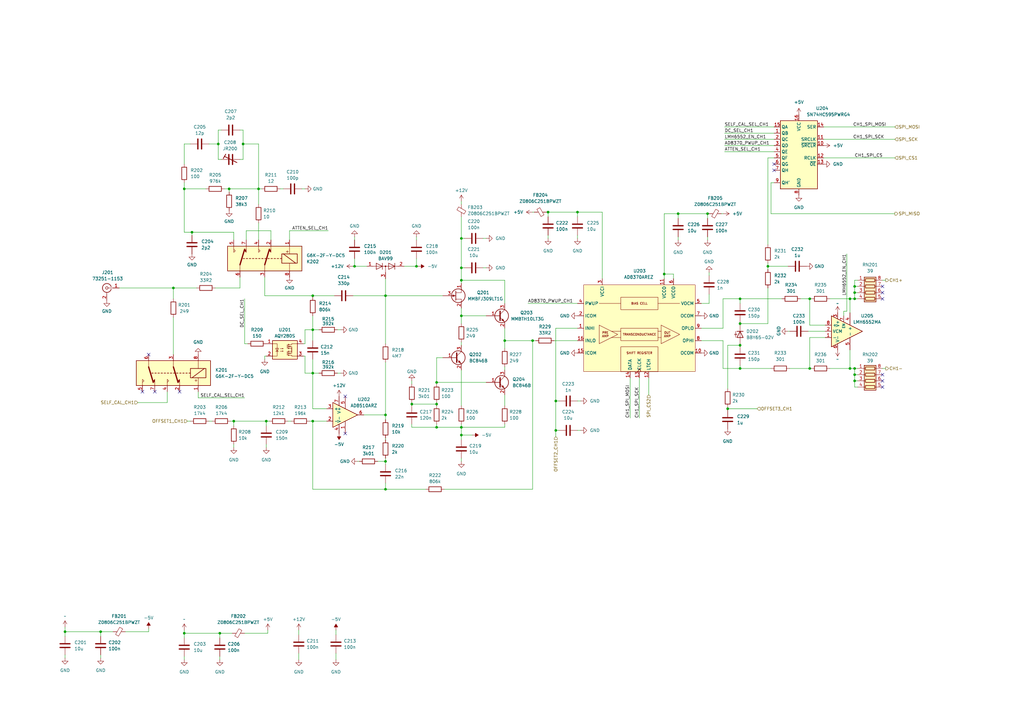
<source format=kicad_sch>
(kicad_sch (version 20230121) (generator eeschema)
  (paper "A3")
  (junction (at 90.17 259.715))
  (junction (at 179.07 156.845))
  (junction (at 227.965 164.465))
  (junction (at 189.23 178.435))
  (junction (at 224.79 86.995))
  (junction (at 189.23 175.26))
  (junction (at 303.53 122.555))
  (junction (at 207.01 139.7))
  (junction (at 189.23 97.79))
  (junction (at 227.965 176.53))
  (junction (at 145.415 109.22))
  (junction (at 350.52 153.67))
  (junction (at 71.12 118.11))
  (junction (at 348.615 151.13))
  (junction (at 189.23 109.855))
  (junction (at 95.885 172.72))
  (junction (at 350.52 156.21))
  (junction (at 78.74 95.25))
  (junction (at 179.07 175.26))
  (junction (at 303.53 141.605))
  (junction (at 26.67 259.08))
  (junction (at 75.565 77.47))
  (junction (at 179.07 165.735))
  (junction (at 350.52 151.13))
  (junction (at 278.13 87.63))
  (junction (at 303.53 132.715))
  (junction (at 236.855 86.995))
  (junction (at 128.27 135.255))
  (junction (at 348.615 122.555))
  (junction (at 128.27 121.285))
  (junction (at 350.52 117.475))
  (junction (at 93.98 77.47))
  (junction (at 109.22 172.72))
  (junction (at 158.115 200.66))
  (junction (at 158.115 189.23))
  (junction (at 41.275 259.08))
  (junction (at 332.105 151.13))
  (junction (at 158.115 121.285))
  (junction (at 170.815 109.22))
  (junction (at 218.44 139.7))
  (junction (at 350.52 122.555))
  (junction (at 75.565 259.715))
  (junction (at 106.045 77.47))
  (junction (at 128.27 153.035))
  (junction (at 272.415 112.395))
  (junction (at 168.91 165.735))
  (junction (at 332.105 122.555))
  (junction (at 290.195 87.63))
  (junction (at 89.535 59.055))
  (junction (at 99.695 59.055))
  (junction (at 189.23 114.935))
  (junction (at 189.23 129.54))
  (junction (at 298.45 167.64))
  (junction (at 314.96 109.22))
  (junction (at 128.27 172.72))
  (junction (at 350.52 120.015))
  (junction (at 158.115 170.18))
  (junction (at 303.53 151.13))
  (no_connect (at 58.42 160.655))
  (no_connect (at 361.95 120.015))
  (no_connect (at 60.96 145.415))
  (no_connect (at 361.95 156.21))
  (no_connect (at 361.95 117.475))
  (no_connect (at 361.95 122.555))
  (no_connect (at 141.605 162.56))
  (no_connect (at 361.95 153.67))
  (no_connect (at 141.605 177.8))
  (no_connect (at 361.95 158.75))
  (no_connect (at 317.5 69.85))
  (no_connect (at 73.66 160.655))
  (no_connect (at 63.5 160.655))
  (no_connect (at 317.5 67.31))
  (wire (pts (xy 127 172.72) (xy 128.27 172.72)))
  (wire (pts (xy 128.27 172.72) (xy 128.27 200.66)))
  (wire (pts (xy 189.23 114.935) (xy 189.23 109.855)))
  (wire (pts (xy 207.01 175.26) (xy 207.01 173.99)))
  (wire (pts (xy 296.545 122.555) (xy 303.53 122.555)))
  (wire (pts (xy 189.23 178.435) (xy 193.675 178.435)))
  (wire (pts (xy 314.96 64.77) (xy 317.5 64.77)))
  (wire (pts (xy 168.91 165.1) (xy 168.91 165.735)))
  (wire (pts (xy 314.96 107.95) (xy 314.96 109.22)))
  (wire (pts (xy 168.91 156.21) (xy 168.91 157.48)))
  (wire (pts (xy 332.105 138.43) (xy 332.105 151.13)))
  (wire (pts (xy 123.825 77.47) (xy 125.095 77.47)))
  (wire (pts (xy 189.23 175.26) (xy 207.01 175.26)))
  (wire (pts (xy 118.745 94.615) (xy 134.62 94.615)))
  (wire (pts (xy 90.17 259.715) (xy 90.17 261.62)))
  (wire (pts (xy 109.22 182.245) (xy 109.22 183.515)))
  (wire (pts (xy 218.44 139.7) (xy 219.71 139.7)))
  (wire (pts (xy 350.52 120.015) (xy 351.79 120.015)))
  (wire (pts (xy 95.885 172.72) (xy 109.22 172.72)))
  (wire (pts (xy 350.52 158.75) (xy 350.52 156.21)))
  (wire (pts (xy 189.23 173.99) (xy 189.23 175.26)))
  (wire (pts (xy 56.515 165.1) (xy 68.58 165.1)))
  (wire (pts (xy 114.935 77.47) (xy 116.205 77.47)))
  (wire (pts (xy 118.745 98.425) (xy 118.745 94.615)))
  (wire (pts (xy 276.225 114.3) (xy 276.225 112.395)))
  (wire (pts (xy 350.52 156.21) (xy 350.52 153.67)))
  (wire (pts (xy 138.43 135.255) (xy 139.7 135.255)))
  (wire (pts (xy 168.91 175.26) (xy 179.07 175.26)))
  (wire (pts (xy 207.01 161.925) (xy 207.01 166.37)))
  (wire (pts (xy 179.07 156.845) (xy 179.07 157.48)))
  (wire (pts (xy 92.075 77.47) (xy 93.98 77.47)))
  (wire (pts (xy 218.44 86.995) (xy 219.075 86.995)))
  (wire (pts (xy 75.565 77.47) (xy 75.565 74.93)))
  (wire (pts (xy 216.535 124.46) (xy 236.855 124.46)))
  (wire (pts (xy 350.52 156.21) (xy 351.79 156.21)))
  (wire (pts (xy 297.18 52.07) (xy 317.5 52.07)))
  (wire (pts (xy 85.725 172.72) (xy 86.995 172.72)))
  (wire (pts (xy 48.895 118.11) (xy 71.12 118.11)))
  (wire (pts (xy 350.52 117.475) (xy 350.52 120.015)))
  (wire (pts (xy 109.22 174.625) (xy 109.22 172.72)))
  (wire (pts (xy 189.23 88.9) (xy 189.23 97.79)))
  (wire (pts (xy 89.535 59.055) (xy 89.535 53.34)))
  (wire (pts (xy 137.795 258.445) (xy 137.795 260.35)))
  (wire (pts (xy 361.95 114.935) (xy 363.22 114.935)))
  (wire (pts (xy 347.345 104.14) (xy 347.345 127.635)))
  (wire (pts (xy 158.115 189.23) (xy 158.115 190.5)))
  (wire (pts (xy 350.52 151.13) (xy 351.79 151.13)))
  (wire (pts (xy 46.355 259.08) (xy 41.275 259.08)))
  (wire (pts (xy 128.27 172.72) (xy 133.985 172.72)))
  (wire (pts (xy 124.46 146.05) (xy 125.095 146.05)))
  (wire (pts (xy 179.07 146.685) (xy 181.61 146.685)))
  (wire (pts (xy 189.23 82.55) (xy 189.23 83.82)))
  (wire (pts (xy 224.79 86.995) (xy 236.855 86.995)))
  (wire (pts (xy 144.78 109.22) (xy 145.415 109.22)))
  (wire (pts (xy 303.53 122.555) (xy 320.675 122.555)))
  (wire (pts (xy 109.855 258.445) (xy 109.855 259.715)))
  (wire (pts (xy 118.11 172.72) (xy 119.38 172.72)))
  (wire (pts (xy 168.91 173.99) (xy 168.91 175.26)))
  (wire (pts (xy 95.25 259.715) (xy 90.17 259.715)))
  (wire (pts (xy 236.855 96.52) (xy 236.855 97.79)))
  (wire (pts (xy 100.33 122.555) (xy 100.33 140.97)))
  (wire (pts (xy 189.23 109.855) (xy 189.23 97.79)))
  (wire (pts (xy 81.28 163.195) (xy 81.28 160.655)))
  (wire (pts (xy 95.885 183.515) (xy 95.885 182.245)))
  (wire (pts (xy 158.115 114.3) (xy 158.115 121.285)))
  (wire (pts (xy 199.39 129.54) (xy 189.23 129.54)))
  (wire (pts (xy 26.67 268.605) (xy 26.67 269.875)))
  (wire (pts (xy 93.98 77.47) (xy 106.045 77.47)))
  (wire (pts (xy 303.53 140.97) (xy 303.53 141.605)))
  (wire (pts (xy 100.33 140.97) (xy 101.6 140.97)))
  (wire (pts (xy 71.12 118.11) (xy 80.645 118.11)))
  (wire (pts (xy 85.725 59.055) (xy 89.535 59.055)))
  (wire (pts (xy 158.115 170.18) (xy 158.115 148.59)))
  (wire (pts (xy 296.545 134.62) (xy 296.545 122.555)))
  (wire (pts (xy 287.655 124.46) (xy 290.83 124.46)))
  (wire (pts (xy 137.795 267.97) (xy 137.795 270.51)))
  (wire (pts (xy 41.275 268.605) (xy 41.275 269.875)))
  (wire (pts (xy 338.455 138.43) (xy 332.105 138.43)))
  (wire (pts (xy 60.96 259.08) (xy 51.435 259.08)))
  (wire (pts (xy 99.695 65.405) (xy 98.425 65.405)))
  (wire (pts (xy 108.585 146.05) (xy 108.585 147.32)))
  (wire (pts (xy 332.105 133.35) (xy 332.105 122.555)))
  (wire (pts (xy 303.53 132.08) (xy 303.53 132.715)))
  (wire (pts (xy 290.195 97.155) (xy 290.195 98.425)))
  (wire (pts (xy 317.5 74.93) (xy 316.23 74.93)))
  (wire (pts (xy 99.695 53.34) (xy 99.695 59.055)))
  (wire (pts (xy 340.36 122.555) (xy 348.615 122.555)))
  (wire (pts (xy 89.535 53.34) (xy 90.805 53.34)))
  (wire (pts (xy 154.94 189.23) (xy 158.115 189.23)))
  (wire (pts (xy 314.96 132.715) (xy 314.96 118.11)))
  (wire (pts (xy 90.805 65.405) (xy 89.535 65.405)))
  (wire (pts (xy 122.555 258.445) (xy 122.555 260.35)))
  (wire (pts (xy 262.255 154.94) (xy 262.255 171.45)))
  (wire (pts (xy 106.045 77.47) (xy 106.045 83.82)))
  (wire (pts (xy 41.275 259.08) (xy 26.67 259.08)))
  (wire (pts (xy 207.01 134.62) (xy 207.01 139.7)))
  (wire (pts (xy 89.535 59.055) (xy 89.535 65.405)))
  (wire (pts (xy 207.01 114.935) (xy 207.01 124.46)))
  (wire (pts (xy 272.415 87.63) (xy 278.13 87.63)))
  (wire (pts (xy 179.07 173.99) (xy 179.07 175.26)))
  (wire (pts (xy 146.685 189.23) (xy 147.32 189.23)))
  (wire (pts (xy 75.565 77.47) (xy 84.455 77.47)))
  (wire (pts (xy 227.965 176.53) (xy 229.235 176.53)))
  (wire (pts (xy 78.105 59.055) (xy 75.565 59.055)))
  (wire (pts (xy 328.295 122.555) (xy 332.105 122.555)))
  (wire (pts (xy 297.18 62.23) (xy 317.5 62.23)))
  (wire (pts (xy 81.28 163.195) (xy 100.33 163.195)))
  (wire (pts (xy 189.23 187.96) (xy 189.23 189.23)))
  (wire (pts (xy 350.52 120.015) (xy 350.52 122.555)))
  (wire (pts (xy 348.615 151.13) (xy 350.52 151.13)))
  (wire (pts (xy 189.23 114.935) (xy 207.01 114.935)))
  (wire (pts (xy 75.565 269.24) (xy 75.565 270.51)))
  (wire (pts (xy 68.58 160.655) (xy 68.58 165.1)))
  (wire (pts (xy 348.615 122.555) (xy 350.52 122.555)))
  (wire (pts (xy 60.96 257.81) (xy 60.96 259.08)))
  (wire (pts (xy 298.45 141.605) (xy 303.53 141.605)))
  (wire (pts (xy 138.43 153.035) (xy 139.7 153.035)))
  (wire (pts (xy 182.245 200.66) (xy 218.44 200.66)))
  (wire (pts (xy 106.045 91.44) (xy 106.045 98.425)))
  (wire (pts (xy 128.27 121.285) (xy 137.16 121.285)))
  (wire (pts (xy 88.265 118.11) (xy 98.425 118.11)))
  (wire (pts (xy 298.45 167.005) (xy 298.45 167.64)))
  (wire (pts (xy 298.45 167.64) (xy 298.45 168.275)))
  (wire (pts (xy 207.01 139.7) (xy 207.01 142.875)))
  (wire (pts (xy 93.98 78.74) (xy 93.98 77.47)))
  (wire (pts (xy 128.27 147.32) (xy 128.27 153.035)))
  (wire (pts (xy 130.81 153.035) (xy 128.27 153.035)))
  (wire (pts (xy 296.545 87.63) (xy 295.91 87.63)))
  (wire (pts (xy 94.615 172.72) (xy 95.885 172.72)))
  (wire (pts (xy 224.155 86.995) (xy 224.79 86.995)))
  (wire (pts (xy 224.79 86.995) (xy 224.79 88.9)))
  (wire (pts (xy 189.23 175.26) (xy 189.23 178.435)))
  (wire (pts (xy 296.545 151.13) (xy 296.545 139.7)))
  (wire (pts (xy 266.065 154.94) (xy 266.065 161.925)))
  (wire (pts (xy 290.83 111.76) (xy 290.83 113.03)))
  (wire (pts (xy 122.555 267.97) (xy 122.555 270.51)))
  (wire (pts (xy 145.415 109.22) (xy 145.415 106.045)))
  (wire (pts (xy 337.82 52.07) (xy 367.03 52.07)))
  (wire (pts (xy 125.095 140.97) (xy 125.095 135.255)))
  (wire (pts (xy 158.115 121.285) (xy 181.61 121.285)))
  (wire (pts (xy 323.215 135.89) (xy 323.85 135.89)))
  (wire (pts (xy 150.495 109.22) (xy 145.415 109.22)))
  (wire (pts (xy 314.96 109.22) (xy 314.96 110.49)))
  (wire (pts (xy 348.615 151.13) (xy 348.615 143.51)))
  (wire (pts (xy 297.18 57.15) (xy 317.5 57.15)))
  (wire (pts (xy 346.075 127.635) (xy 347.345 127.635)))
  (wire (pts (xy 145.415 97.155) (xy 145.415 98.425)))
  (wire (pts (xy 133.985 167.64) (xy 128.27 167.64)))
  (wire (pts (xy 303.53 149.86) (xy 303.53 151.13)))
  (wire (pts (xy 337.82 57.15) (xy 367.03 57.15)))
  (wire (pts (xy 90.17 269.24) (xy 90.17 270.51)))
  (wire (pts (xy 124.46 140.97) (xy 125.095 140.97)))
  (wire (pts (xy 350.52 117.475) (xy 351.79 117.475)))
  (wire (pts (xy 303.53 122.555) (xy 303.53 124.46)))
  (wire (pts (xy 95.885 95.25) (xy 78.74 95.25)))
  (wire (pts (xy 227.965 164.465) (xy 229.235 164.465)))
  (wire (pts (xy 106.045 59.055) (xy 99.695 59.055)))
  (wire (pts (xy 332.105 122.555) (xy 332.74 122.555)))
  (wire (pts (xy 198.12 97.79) (xy 199.39 97.79)))
  (wire (pts (xy 108.585 146.05) (xy 109.22 146.05)))
  (wire (pts (xy 125.095 146.05) (xy 125.095 153.035)))
  (wire (pts (xy 26.67 259.08) (xy 26.67 260.985)))
  (wire (pts (xy 236.855 86.995) (xy 236.855 88.9)))
  (wire (pts (xy 189.23 129.54) (xy 189.23 132.715)))
  (wire (pts (xy 303.53 151.13) (xy 296.545 151.13)))
  (wire (pts (xy 361.95 151.13) (xy 363.22 151.13)))
  (wire (pts (xy 227.965 134.62) (xy 227.965 164.465)))
  (wire (pts (xy 95.885 174.625) (xy 95.885 172.72)))
  (wire (pts (xy 287.655 134.62) (xy 296.545 134.62)))
  (wire (pts (xy 100.965 98.425) (xy 100.965 94.615)))
  (wire (pts (xy 350.52 122.555) (xy 351.79 122.555)))
  (wire (pts (xy 75.565 95.25) (xy 75.565 77.47)))
  (wire (pts (xy 78.74 95.25) (xy 78.74 96.52)))
  (wire (pts (xy 189.23 109.855) (xy 190.5 109.855)))
  (wire (pts (xy 236.855 176.53) (xy 238.125 176.53)))
  (wire (pts (xy 189.23 178.435) (xy 189.23 180.34)))
  (wire (pts (xy 179.07 165.735) (xy 168.91 165.735)))
  (wire (pts (xy 106.045 77.47) (xy 106.045 59.055)))
  (wire (pts (xy 125.095 153.035) (xy 128.27 153.035)))
  (wire (pts (xy 247.015 114.3) (xy 247.015 86.995)))
  (wire (pts (xy 290.83 124.46) (xy 290.83 120.65)))
  (wire (pts (xy 272.415 87.63) (xy 272.415 112.395)))
  (wire (pts (xy 26.67 257.175) (xy 26.67 259.08)))
  (wire (pts (xy 128.27 129.54) (xy 128.27 135.255)))
  (wire (pts (xy 272.415 112.395) (xy 272.415 114.3)))
  (wire (pts (xy 189.23 129.54) (xy 189.23 126.365)))
  (wire (pts (xy 170.815 109.22) (xy 170.815 106.045)))
  (wire (pts (xy 350.52 153.67) (xy 351.79 153.67)))
  (wire (pts (xy 207.01 139.7) (xy 218.44 139.7)))
  (wire (pts (xy 75.565 59.055) (xy 75.565 67.31)))
  (wire (pts (xy 218.44 200.66) (xy 218.44 139.7)))
  (wire (pts (xy 316.23 87.63) (xy 367.03 87.63)))
  (wire (pts (xy 165.735 109.22) (xy 170.815 109.22)))
  (wire (pts (xy 198.12 109.855) (xy 199.39 109.855)))
  (wire (pts (xy 179.07 165.735) (xy 179.07 166.37)))
  (wire (pts (xy 125.095 135.255) (xy 128.27 135.255)))
  (wire (pts (xy 236.855 134.62) (xy 227.965 134.62)))
  (wire (pts (xy 314.96 64.77) (xy 314.96 100.33)))
  (wire (pts (xy 348.615 128.27) (xy 348.615 122.555)))
  (wire (pts (xy 351.79 114.935) (xy 350.52 114.935)))
  (wire (pts (xy 128.27 135.255) (xy 130.81 135.255)))
  (wire (pts (xy 189.23 97.79) (xy 190.5 97.79)))
  (wire (pts (xy 108.585 121.285) (xy 128.27 121.285)))
  (wire (pts (xy 314.96 109.22) (xy 323.215 109.22)))
  (wire (pts (xy 227.33 139.7) (xy 236.855 139.7)))
  (wire (pts (xy 75.565 259.715) (xy 75.565 261.62)))
  (wire (pts (xy 236.855 164.465) (xy 238.125 164.465)))
  (wire (pts (xy 98.425 113.665) (xy 98.425 118.11)))
  (wire (pts (xy 71.12 122.555) (xy 71.12 118.11)))
  (wire (pts (xy 158.115 189.23) (xy 158.115 187.96)))
  (wire (pts (xy 189.23 116.205) (xy 189.23 114.935)))
  (wire (pts (xy 189.23 151.765) (xy 189.23 166.37)))
  (wire (pts (xy 338.455 133.35) (xy 332.105 133.35)))
  (wire (pts (xy 247.015 86.995) (xy 236.855 86.995)))
  (wire (pts (xy 316.23 74.93) (xy 316.23 87.63)))
  (wire (pts (xy 207.01 150.495) (xy 207.01 151.765)))
  (wire (pts (xy 179.07 156.845) (xy 179.07 146.685)))
  (wire (pts (xy 170.815 109.22) (xy 171.45 109.22)))
  (wire (pts (xy 323.85 151.13) (xy 332.105 151.13)))
  (wire (pts (xy 111.125 94.615) (xy 111.125 98.425)))
  (wire (pts (xy 76.835 172.72) (xy 78.105 172.72)))
  (wire (pts (xy 41.275 259.08) (xy 41.275 260.985)))
  (wire (pts (xy 351.79 158.75) (xy 350.52 158.75)))
  (wire (pts (xy 227.965 176.53) (xy 227.965 179.07)))
  (wire (pts (xy 158.115 121.285) (xy 144.78 121.285)))
  (wire (pts (xy 290.195 87.63) (xy 290.195 89.535)))
  (wire (pts (xy 258.445 154.94) (xy 258.445 171.45)))
  (wire (pts (xy 227.965 164.465) (xy 227.965 176.53)))
  (wire (pts (xy 90.17 259.715) (xy 75.565 259.715)))
  (wire (pts (xy 170.815 97.155) (xy 170.815 98.425)))
  (wire (pts (xy 158.115 179.705) (xy 158.115 180.34)))
  (wire (pts (xy 276.225 112.395) (xy 272.415 112.395)))
  (wire (pts (xy 106.045 77.47) (xy 107.315 77.47)))
  (wire (pts (xy 290.83 87.63) (xy 290.195 87.63)))
  (wire (pts (xy 278.13 97.155) (xy 278.13 98.425)))
  (wire (pts (xy 303.53 132.715) (xy 303.53 133.35)))
  (wire (pts (xy 71.12 130.175) (xy 71.12 145.415)))
  (wire (pts (xy 75.565 258.445) (xy 75.565 259.715)))
  (wire (pts (xy 350.52 153.67) (xy 350.52 151.13)))
  (wire (pts (xy 303.53 141.605) (xy 303.53 142.24)))
  (wire (pts (xy 332.105 151.13) (xy 332.74 151.13)))
  (wire (pts (xy 149.225 170.18) (xy 158.115 170.18)))
  (wire (pts (xy 303.53 132.715) (xy 314.96 132.715)))
  (wire (pts (xy 346.075 129.54) (xy 346.075 127.635)))
  (wire (pts (xy 340.36 151.13) (xy 348.615 151.13)))
  (wire (pts (xy 158.115 140.97) (xy 158.115 121.285)))
  (wire (pts (xy 303.53 151.13) (xy 316.23 151.13)))
  (wire (pts (xy 224.79 96.52) (xy 224.79 97.79)))
  (wire (pts (xy 179.07 165.1) (xy 179.07 165.735)))
  (wire (pts (xy 128.27 135.255) (xy 128.27 139.7)))
  (wire (pts (xy 99.695 59.055) (xy 99.695 65.405)))
  (wire (pts (xy 128.27 121.285) (xy 128.27 121.92)))
  (wire (pts (xy 158.115 172.085) (xy 158.115 170.18)))
  (wire (pts (xy 158.115 198.12) (xy 158.115 200.66)))
  (wire (pts (xy 168.91 165.735) (xy 168.91 166.37)))
  (wire (pts (xy 350.52 114.935) (xy 350.52 117.475)))
  (wire (pts (xy 297.18 59.69) (xy 317.5 59.69)))
  (wire (pts (xy 158.115 200.66) (xy 128.27 200.66)))
  (wire (pts (xy 298.45 167.64) (xy 310.515 167.64)))
  (wire (pts (xy 158.115 200.66) (xy 174.625 200.66)))
  (wire (pts (xy 337.82 64.77) (xy 367.03 64.77)))
  (wire (pts (xy 95.885 98.425) (xy 95.885 95.25)))
  (wire (pts (xy 78.74 95.25) (xy 75.565 95.25)))
  (wire (pts (xy 109.855 259.715) (xy 100.33 259.715)))
  (wire (pts (xy 109.22 172.72) (xy 110.49 172.72)))
  (wire (pts (xy 98.425 53.34) (xy 99.695 53.34)))
  (wire (pts (xy 331.47 135.89) (xy 338.455 135.89)))
  (wire (pts (xy 278.13 87.63) (xy 278.13 89.535)))
  (wire (pts (xy 290.195 87.63) (xy 278.13 87.63)))
  (wire (pts (xy 108.585 113.665) (xy 108.585 121.285)))
  (wire (pts (xy 297.18 54.61) (xy 317.5 54.61)))
  (wire (pts (xy 287.655 139.7) (xy 296.545 139.7)))
  (wire (pts (xy 298.45 141.605) (xy 298.45 159.385)))
  (wire (pts (xy 189.23 140.335) (xy 189.23 141.605)))
  (wire (pts (xy 100.965 94.615) (xy 111.125 94.615)))
  (wire (pts (xy 128.27 153.035) (xy 128.27 167.64)))
  (wire (pts (xy 199.39 156.845) (xy 179.07 156.845)))
  (wire (pts (xy 179.07 175.26) (xy 189.23 175.26)))
  (label "CH1_SPI_SCK" (at 349.885 57.15 0))
  (label "SELF_CAL_SEL_CH1" (at 100.33 163.195 180))
  (label "DC_SEL_CH1" (at 297.18 54.61 0))
  (label "CH1_SPI_CS" (at 350.52 64.77 0))
  (label "CH1_SPI_MOSI" (at 258.445 171.45 90))
  (label "SELF_CAL_SEL_CH1" (at 297.18 52.07 0))
  (label "CH1_SPI_MOSI" (at 349.885 52.07 0))
  (label "ATTEN_SEL_CH1" (at 134.62 94.615 180))
  (label "DC_SEL_CH1" (at 100.33 122.555 270))
  (label "LMH6552_EN_CH1" (at 347.345 104.14 270))
  (label "AD8370_PWUP_CH1" (at 297.18 59.69 0))
  (label "CH1_SPI_SCK" (at 262.255 171.45 90))
  (label "AD8370_PWUP_CH1" (at 216.535 124.46 0))
  (label "ATTEN_SEL_CH1" (at 297.18 62.23 0))
  (label "LMH6552_EN_CH1" (at 297.18 57.15 0))
  (hierarchical_label "CH1+" (shape output) (at 363.22 114.935 0))
  (hierarchical_label "CH1-" (shape output) (at 363.22 151.13 0))
  (hierarchical_label "SPI_CS2" (shape input) (at 266.065 161.925 270))
  (hierarchical_label "SPI_SCK" (shape input) (at 367.03 57.15 0))
  (hierarchical_label "OFFSET1_CH1" (shape input) (at 76.835 172.72 180))
  (hierarchical_label "SPI_MISO" (shape output) (at 367.03 87.63 0))
  (hierarchical_label "SPI_MOSI" (shape input) (at 367.03 52.07 0))
  (hierarchical_label "SELF_CAL_CH1" (shape input) (at 56.515 165.1 180))
  (hierarchical_label "OFFSET3_CH1" (shape input) (at 310.515 167.64 0))
  (hierarchical_label "SPI_CS1" (shape input) (at 367.03 64.77 0))
  (hierarchical_label "OFFSET2_CH1" (shape input) (at 227.965 179.07 270))
  (symbol (lib_id "power:GND") (at 323.215 135.89 270) (unit 1)
    (property "Reference" "#PWR0251" (effects hide))
    (property "Value" "GND" (at 319.405 137.795 0) (effects (justify right)))
  )
  (symbol (lib_id "power:GND") (at 75.565 270.51 0) (unit 1)
    (property "Reference" "#PWR0207" (effects hide))
    (property "Value" "GND" (at 75.565 275.59 0))
  )
  (symbol (lib_id "Device:Q_NJFET_SDG") (at 186.69 121.285 0) (mirror x) (unit 1)
    (property "Reference" "Q201" (at 195.58 120.015 0) (effects (justify left)))
    (property "Value" "MMBFJ309LT1G" (at 191.77 122.555 0) (effects (justify left)))
    (property "Footprint" "Package_TO_SOT_SMD:SOT-23" (effects hide))
  )
  (symbol (lib_id "Device:R") (at 134.62 153.035 90) (unit 1)
    (property "Reference" "R216" (at 134.62 148.59 90))
    (property "Value" "392k" (at 134.62 150.495 90))
    (property "Footprint" "Resistor_SMD:R_0603_1608Metric_Pad0.98x0.95mm_HandSolder" (effects hide))
  )
  (symbol (lib_id "Device:R") (at 178.435 200.66 90) (unit 1)
    (property "Reference" "R222" (at 178.435 194.945 90))
    (property "Value" "806k" (at 178.435 197.485 90))
    (property "Footprint" "Resistor_SMD:R_0603_1608Metric_Pad0.98x0.95mm_HandSolder" (effects hide))
  )
  (symbol (lib_id "power:+12V") (at 189.23 82.55 0) (unit 1)
    (property "Reference" "#PWR0232" (effects hide))
    (property "Value" "+12V" (at 189.23 78.105 0))
  )
  (symbol (lib_id "Device:C") (at 109.22 178.435 0) (unit 1)
    (property "Reference" "C209" (at 113.03 177.165 0) (effects (justify left)))
    (property "Value" "150n" (at 113.03 179.705 0) (effects (justify left)))
    (property "Footprint" "Capacitor_SMD:C_0603_1608Metric_Pad1.08x0.95mm_HandSolder" (effects hide))
  )
  (symbol (lib_id "power:GND") (at 137.795 270.51 0) (unit 1)
    (property "Reference" "#PWR0221" (effects hide))
    (property "Value" "GND" (at 137.795 275.59 0))
  )
  (symbol (lib_id "Device:C") (at 90.17 265.43 0) (unit 1)
    (property "Reference" "C206" (at 93.345 264.16 0) (effects (justify left)))
    (property "Value" "100n" (at 93.345 266.7 0) (effects (justify left)))
    (property "Footprint" "Capacitor_SMD:C_0603_1608Metric_Pad1.08x0.95mm_HandSolder" (effects hide))
  )
  (symbol (lib_id "power:GND") (at 125.095 77.47 90) (unit 1)
    (property "Reference" "#PWR0219" (effects hide))
    (property "Value" "GND" (at 128.27 77.47 90) (effects (justify right)))
  )
  (symbol (lib_id "Device:C") (at 290.83 116.84 0) (unit 1)
    (property "Reference" "C228" (at 294.005 115.57 0) (effects (justify left)))
    (property "Value" "1n" (at 294.005 118.11 0) (effects (justify left)))
    (property "Footprint" "Capacitor_SMD:C_0603_1608Metric_Pad1.08x0.95mm_HandSolder" (effects hide))
  )
  (symbol (lib_id "power:GND") (at 330.835 109.22 90) (unit 1)
    (property "Reference" "#PWR0254" (effects hide))
    (property "Value" "GND" (at 334.01 109.22 90) (effects (justify right)))
  )
  (symbol (lib_id "Device:R") (at 123.19 172.72 90) (unit 1)
    (property "Reference" "R213" (at 123.19 167.005 90))
    (property "Value" "196k" (at 123.19 169.545 90))
    (property "Footprint" "Resistor_SMD:R_0603_1608Metric_Pad0.98x0.95mm_HandSolder" (effects hide))
  )
  (symbol (lib_id "Device:C") (at 233.045 164.465 90) (unit 1)
    (property "Reference" "C223" (at 233.045 157.48 90))
    (property "Value" "1n" (at 233.045 160.02 90))
    (property "Footprint" "Capacitor_SMD:C_0603_1608Metric_Pad1.08x0.95mm_HandSolder" (effects hide))
  )
  (symbol (lib_id "Relay:G6K-2") (at 108.585 106.045 0) (mirror y) (unit 1)
    (property "Reference" "K202" (at 125.73 107.315 0) (effects (justify right)))
    (property "Value" "G6K-2F-Y-DC5" (at 125.73 104.775 0) (effects (justify right)))
    (property "Footprint" "Relay_SMD:Relay_DPDT_Omron_G6K-2F-Y" (effects hide))
    (property "Datasheet" "http://omronfs.omron.com/en_US/ecb/products/pdf/en-g6k.pdf" (effects hide))
  )
  (symbol (lib_id "Device:C") (at 78.74 100.33 0) (unit 1)
    (property "Reference" "C204" (at 82.55 99.06 0) (effects (justify left)))
    (property "Value" "2p2" (at 82.55 101.6 0) (effects (justify left)))
    (property "Footprint" "Capacitor_SMD:C_0603_1608Metric_Pad1.08x0.95mm_HandSolder" (effects hide))
  )
  (symbol (lib_id "Device:C") (at 236.855 92.71 0) (unit 1)
    (property "Reference" "C225" (at 240.665 91.44 0) (effects (justify left)))
    (property "Value" "10u" (at 240.665 93.98 0) (effects (justify left)))
    (property "Footprint" "Capacitor_SMD:C_1206_3216Metric_Pad1.33x1.80mm_HandSolder" (effects hide))
  )
  (symbol (lib_id "power:GND") (at 122.555 270.51 0) (unit 1)
    (property "Reference" "#PWR0218" (effects hide))
    (property "Value" "GND" (at 122.555 275.59 0))
  )
  (symbol (lib_id "Device:R") (at 93.98 82.55 0) (unit 1)
    (property "Reference" "R207" (at 96.52 81.28 0) (effects (justify left)))
    (property "Value" "38k3" (at 96.52 83.82 0) (effects (justify left)))
    (property "Footprint" "Resistor_SMD:R_1206_3216Metric_Pad1.30x1.75mm_HandSolder" (effects hide))
  )
  (symbol (lib_id "power:GND") (at 146.685 189.23 270) (unit 1)
    (property "Reference" "#PWR0228" (effects hide))
    (property "Value" "GND" (at 143.51 189.23 90) (effects (justify right)))
  )
  (symbol (lib_id "ETH2CDSO1B:AD8370") (at 262.255 134.62 0) (unit 1)
    (property "Reference" "U203" (at 259.715 111.125 0) (effects (justify left)))
    (property "Value" "AD8370AREZ" (at 255.905 113.665 0) (effects (justify left)))
    (property "Footprint" "Package_SO:TSSOP-16-1EP_4.4x5mm_P0.65mm_EP3x3mm" (effects hide))
    (property "Datasheet" "https://www.analog.com/media/en/technical-documentation/data-sheets/AD8370.pdf" (effects hide))
  )
  (symbol (lib_id "Device:C") (at 189.23 184.15 0) (unit 1)
    (property "Reference" "C219" (at 192.405 182.88 0) (effects (justify left)))
    (property "Value" "10u" (at 192.405 185.42 0) (effects (justify left)))
    (property "Footprint" "Capacitor_SMD:C_1206_3216Metric_Pad1.33x1.80mm_HandSolder" (effects hide))
  )
  (symbol (lib_id "Device:C") (at 290.195 93.345 0) (unit 1)
    (property "Reference" "C227" (at 293.37 92.075 0) (effects (justify left)))
    (property "Value" "100n" (at 293.37 94.615 0) (effects (justify left)))
    (property "Footprint" "Capacitor_SMD:C_0603_1608Metric_Pad1.08x0.95mm_HandSolder" (effects hide))
  )
  (symbol (lib_id "power:GND") (at 224.79 97.79 0) (mirror y) (unit 1)
    (property "Reference" "#PWR0238" (effects hide))
    (property "Value" "GND" (at 224.79 102.87 0))
  )
  (symbol (lib_id "Device:C") (at 140.97 121.285 90) (unit 1)
    (property "Reference" "C214" (at 140.97 113.665 90))
    (property "Value" "330p" (at 140.97 116.205 90))
    (property "Footprint" "Capacitor_SMD:C_0603_1608Metric_Pad1.08x0.95mm_HandSolder" (effects hide))
  )
  (symbol (lib_id "Device:C") (at 303.53 128.27 0) (unit 1)
    (property "Reference" "C230" (at 306.705 127 0) (effects (justify left)))
    (property "Value" "150p" (at 306.705 129.54 0) (effects (justify left)))
    (property "Footprint" "Capacitor_SMD:C_0603_1608Metric_Pad1.08x0.95mm_HandSolder" (effects hide))
  )
  (symbol (lib_id "Relay:G6K-2") (at 71.12 153.035 180) (unit 1)
    (property "Reference" "K201" (at 88.265 151.765 0) (effects (justify right)))
    (property "Value" "G6K-2F-Y-DC5" (at 88.265 154.305 0) (effects (justify right)))
    (property "Footprint" "Relay_SMD:Relay_DPDT_Omron_G6K-2F-Y" (effects hide))
    (property "Datasheet" "http://omronfs.omron.com/en_US/ecb/products/pdf/en-g6k.pdf" (effects hide))
  )
  (symbol (lib_id "power:GND") (at 118.745 113.665 0) (unit 1)
    (property "Reference" "#PWR0216" (effects hide))
    (property "Value" "GND" (at 118.745 118.11 0))
  )
  (symbol (lib_id "Device:R") (at 314.96 114.3 180) (unit 1)
    (property "Reference" "R232" (at 317.5 113.03 0) (effects (justify right)))
    (property "Value" "2k" (at 317.5 115.57 0) (effects (justify right)))
    (property "Footprint" "Resistor_SMD:R_0603_1608Metric_Pad0.98x0.95mm_HandSolder" (effects hide))
  )
  (symbol (lib_id "power:GND") (at 108.585 147.32 0) (unit 1)
    (property "Reference" "#PWR0213" (effects hide))
    (property "Value" "GND" (at 108.585 152.4 0))
  )
  (symbol (lib_id "Device:C") (at 94.615 53.34 90) (unit 1)
    (property "Reference" "C207" (at 94.615 45.72 90))
    (property "Value" "2p2" (at 94.615 48.26 90))
    (property "Footprint" "Capacitor_SMD:C_0603_1608Metric_Pad1.08x0.95mm_HandSolder" (effects hide))
  )
  (symbol (lib_id "Diode:BAV99") (at 158.115 109.22 0) (unit 1)
    (property "Reference" "D201" (at 158.115 103.505 0))
    (property "Value" "BAV99" (at 158.115 106.045 0))
    (property "Footprint" "Package_TO_SOT_SMD:SOT-23" (effects hide))
    (property "Datasheet" "https://assets.nexperia.com/documents/data-sheet/BAV99_SER.pdf" (effects hide))
  )
  (symbol (lib_id "power:GND") (at 236.855 97.79 0) (mirror y) (unit 1)
    (property "Reference" "#PWR0239" (effects hide))
    (property "Value" "GND" (at 236.855 102.87 0))
  )
  (symbol (lib_id "Device:FerriteBead_Small") (at 293.37 87.63 90) (unit 1)
    (property "Reference" "FB205" (at 293.3319 81.28 90))
    (property "Value" "Z0806C251BPWZT" (at 293.3319 83.82 90))
    (property "Footprint" "Inductor_SMD:L_0805_2012Metric_Pad1.15x1.40mm_HandSolder" (effects hide))
  )
  (symbol (lib_id "Device:C") (at 298.45 172.085 0) (unit 1)
    (property "Reference" "C229" (at 302.26 170.815 0) (effects (justify left)))
    (property "Value" "1u" (at 302.26 173.355 0) (effects (justify left)))
    (property "Footprint" "Capacitor_SMD:C_0603_1608Metric_Pad1.08x0.95mm_HandSolder" (effects hide))
  )
  (symbol (lib_id "power:+5V") (at 327.66 46.99 0) (unit 1)
    (property "Reference" "#PWR0252" (effects hide))
    (property "Value" "+5V" (at 327.66 41.91 0))
  )
  (symbol (lib_id "Transistor_BJT:BC846") (at 186.69 146.685 0) (unit 1)
    (property "Reference" "Q202" (at 192.405 145.415 0) (effects (justify left)))
    (property "Value" "BC846B" (at 192.405 147.955 0) (effects (justify left)))
    (property "Footprint" "Package_TO_SOT_SMD:SOT-23" (effects hide))
    (property "Datasheet" "https://assets.nexperia.com/documents/data-sheet/BC846_SER.pdf" (effects hide))
  )
  (symbol (lib_id "power:GND") (at 81.28 145.415 180) (unit 1)
    (property "Reference" "#PWR0209" (effects hide))
    (property "Value" "GND" (at 81.28 140.335 0))
  )
  (symbol (lib_id "Device:R") (at 189.23 170.18 0) (unit 1)
    (property "Reference" "R226" (at 191.135 168.91 0) (effects (justify left)))
    (property "Value" "100" (at 191.135 171.45 0) (effects (justify left)))
    (property "Footprint" "Resistor_SMD:R_0603_1608Metric_Pad0.98x0.95mm_HandSolder" (effects hide))
  )
  (symbol (lib_id "Device:C") (at 122.555 264.16 0) (unit 1)
    (property "Reference" "C211" (at 125.73 262.89 0) (effects (justify left)))
    (property "Value" "100n" (at 125.73 265.43 0) (effects (justify left)))
    (property "Footprint" "Capacitor_SMD:C_0603_1608Metric_Pad1.08x0.95mm_HandSolder" (effects hide))
  )
  (symbol (lib_id "Device:R") (at 106.045 87.63 0) (unit 1)
    (property "Reference" "R210" (at 107.95 86.36 0) (effects (justify left)))
    (property "Value" "10" (at 107.95 88.9 0) (effects (justify left)))
    (property "Footprint" "Resistor_SMD:R_0603_1608Metric_Pad0.98x0.95mm_HandSolder" (effects hide))
  )
  (symbol (lib_id "Device:C") (at 194.31 109.855 90) (unit 1)
    (property "Reference" "C221" (at 194.31 102.235 90))
    (property "Value" "10u" (at 194.31 104.775 90))
    (property "Footprint" "Capacitor_SMD:C_1206_3216Metric_Pad1.33x1.80mm_HandSolder" (effects hide))
  )
  (symbol (lib_id "Device:R") (at 75.565 71.12 0) (unit 1)
    (property "Reference" "R202" (at 78.105 69.85 0) (effects (justify left)))
    (property "Value" "100" (at 78.105 72.39 0) (effects (justify left)))
    (property "Footprint" "Resistor_SMD:R_0603_1608Metric_Pad0.98x0.95mm_HandSolder" (effects hide))
  )
  (symbol (lib_id "Device:R") (at 134.62 135.255 90) (unit 1)
    (property "Reference" "R215" (at 134.62 130.81 90))
    (property "Value" "392k" (at 134.62 132.715 90))
    (property "Footprint" "Resistor_SMD:R_0603_1608Metric_Pad0.98x0.95mm_HandSolder" (effects hide))
  )
  (symbol (lib_id "power:GND") (at 290.83 111.76 180) (unit 1)
    (property "Reference" "#PWR0248" (effects hide))
    (property "Value" "GND" (at 290.83 107.315 0))
  )
  (symbol (lib_id "power:-5V") (at 60.96 257.81 0) (unit 1)
    (property "Reference" "#PWR0205" (effects hide))
    (property "Value" "-5V" (at 60.96 253.365 0))
  )
  (symbol (lib_id "Device:C") (at 120.015 77.47 90) (unit 1)
    (property "Reference" "C210" (at 120.015 70.485 90))
    (property "Value" "100p" (at 120.015 73.025 90))
    (property "Footprint" "Capacitor_SMD:C_0603_1608Metric_Pad1.08x0.95mm_HandSolder" (effects hide))
  )
  (symbol (lib_id "power:GND") (at 290.195 98.425 0) (unit 1)
    (property "Reference" "#PWR0247" (effects hide))
    (property "Value" "GND" (at 290.195 103.505 0))
  )
  (symbol (lib_id "Device:R") (at 189.23 136.525 0) (unit 1)
    (property "Reference" "R225" (at 191.135 135.255 0) (effects (justify left)))
    (property "Value" "249" (at 191.135 137.795 0) (effects (justify left)))
    (property "Footprint" "Resistor_SMD:R_0603_1608Metric_Pad0.98x0.95mm_HandSolder" (effects hide))
  )
  (symbol (lib_id "ETH2CDSO1B:-5FC1") (at 26.67 257.175 0) (unit 1)
    (property "Reference" "#PWR0201" (effects hide))
    (property "Value" "-5FC1" (at 26.67 252.73 0))
  )
  (symbol (lib_id "power:+5V") (at 296.545 87.63 270) (unit 1)
    (property "Reference" "#PWR0249" (effects hide))
    (property "Value" "+5V" (at 300.355 87.63 90) (effects (justify left)))
  )
  (symbol (lib_id "Device:R") (at 314.96 104.14 180) (unit 1)
    (property "Reference" "R231" (at 317.5 102.87 0) (effects (justify right)))
    (property "Value" "2k" (at 317.5 105.41 0) (effects (justify right)))
    (property "Footprint" "Resistor_SMD:R_0603_1608Metric_Pad0.98x0.95mm_HandSolder" (effects hide))
  )
  (symbol (lib_id "Device:C_Trim") (at 94.615 65.405 90) (unit 1)
    (property "Reference" "C208" (at 94.361 58.42 90))
    (property "Value" "JR200" (at 94.361 60.96 90))
    (property "Footprint" "Capacitor_SMD:C_Trimmer_Voltronics_JR" (effects hide))
  )
  (symbol (lib_id "Device:R") (at 114.3 172.72 90) (unit 1)
    (property "Reference" "R212" (at 114.3 167.005 90))
    (property "Value" "12k1" (at 114.3 169.545 90))
    (property "Footprint" "Resistor_SMD:R_0603_1608Metric_Pad0.98x0.95mm_HandSolder" (effects hide))
  )
  (symbol (lib_id "Device:C") (at 145.415 102.235 0) (unit 1)
    (property "Reference" "C215" (at 149.225 100.965 0) (effects (justify left)))
    (property "Value" "100n" (at 149.225 103.505 0) (effects (justify left)))
    (property "Footprint" "Capacitor_SMD:C_0603_1608Metric_Pad1.08x0.95mm_HandSolder" (effects hide))
  )
  (symbol (lib_id "Device:FerriteBead_Small") (at 189.23 86.36 0) (unit 1)
    (property "Reference" "FB203" (at 191.77 85.0519 0) (effects (justify left)))
    (property "Value" "Z0806C251BPWZT" (at 191.77 87.5919 0) (effects (justify left)))
    (property "Footprint" "Inductor_SMD:L_0805_2012Metric_Pad1.15x1.40mm_HandSolder" (effects hide))
  )
  (symbol (lib_id "Device:C") (at 278.13 93.345 0) (unit 1)
    (property "Reference" "C226" (at 281.94 92.075 0) (effects (justify left)))
    (property "Value" "10u" (at 281.94 94.615 0) (effects (justify left)))
    (property "Footprint" "Capacitor_SMD:C_1206_3216Metric_Pad1.33x1.80mm_HandSolder" (effects hide))
  )
  (symbol (lib_id "Device:C") (at 75.565 265.43 0) (unit 1)
    (property "Reference" "C203" (at 79.375 264.16 0) (effects (justify left)))
    (property "Value" "10u" (at 79.375 266.7 0) (effects (justify left)))
    (property "Footprint" "Capacitor_SMD:C_1206_3216Metric_Pad1.33x1.80mm_HandSolder" (effects hide))
  )
  (symbol (lib_id "power:+12V") (at 122.555 258.445 0) (unit 1)
    (property "Reference" "#PWR0217" (effects hide))
    (property "Value" "+12V" (at 122.555 254 0))
  )
  (symbol (lib_id "power:GND") (at 238.125 176.53 90) (mirror x) (unit 1)
    (property "Reference" "#PWR0243" (effects hide))
    (property "Value" "GND" (at 241.935 176.53 90) (effects (justify right)))
  )
  (symbol (lib_id "power:GND") (at 145.415 97.155 180) (unit 1)
    (property "Reference" "#PWR0227" (effects hide))
    (property "Value" "GND" (at 145.415 92.71 0))
  )
  (symbol (lib_id "Device:R") (at 179.07 161.29 0) (unit 1)
    (property "Reference" "R223" (at 180.975 160.02 0) (effects (justify left)))
    (property "Value" "100" (at 180.975 162.56 0) (effects (justify left)))
    (property "Footprint" "Resistor_SMD:R_0603_1608Metric_Pad0.98x0.95mm_HandSolder" (effects hide))
  )
  (symbol (lib_id "Device:C") (at 194.31 97.79 90) (unit 1)
    (property "Reference" "C220" (at 194.31 90.805 90))
    (property "Value" "100n" (at 194.31 93.345 90))
    (property "Footprint" "Capacitor_SMD:C_0603_1608Metric_Pad1.08x0.95mm_HandSolder" (effects hide))
  )
  (symbol (lib_id "power:GND") (at 236.855 129.54 270) (unit 1)
    (property "Reference" "#PWR0240" (effects hide))
    (property "Value" "GND" (at 233.68 129.54 90) (effects (justify right)))
  )
  (symbol (lib_id "Device:C") (at 81.915 59.055 90) (unit 1)
    (property "Reference" "C205" (at 81.915 52.07 90))
    (property "Value" "12p" (at 81.915 54.61 90))
    (property "Footprint" "Capacitor_SMD:C_0603_1608Metric_Pad1.08x0.95mm_HandSolder" (effects hide))
  )
  (symbol (lib_id "Device:R") (at 179.07 170.18 0) (unit 1)
    (property "Reference" "R224" (at 180.975 168.91 0) (effects (justify left)))
    (property "Value" "2k" (at 180.975 171.45 0) (effects (justify left)))
    (property "Footprint" "Resistor_SMD:R_0603_1608Metric_Pad0.98x0.95mm_HandSolder" (effects hide))
  )
  (symbol (lib_id "Device:C") (at 158.115 194.31 0) (unit 1)
    (property "Reference" "C216" (at 161.925 193.04 0) (effects (justify left)))
    (property "Value" "22n" (at 161.925 195.58 0) (effects (justify left)))
    (property "Footprint" "Capacitor_SMD:C_0603_1608Metric_Pad1.08x0.95mm_HandSolder" (effects hide))
  )
  (symbol (lib_id "Device:R") (at 95.885 178.435 0) (unit 1)
    (property "Reference" "R208" (at 97.79 177.165 0) (effects (justify left)))
    (property "Value" "10k" (at 97.79 179.705 0) (effects (justify left)))
    (property "Footprint" "Resistor_SMD:R_0603_1608Metric_Pad0.98x0.95mm_HandSolder" (effects hide))
  )
  (symbol (lib_id "Device:C") (at 327.025 109.22 90) (unit 1)
    (property "Reference" "C232" (at 327.025 102.235 90))
    (property "Value" "1u" (at 327.025 104.775 90))
    (property "Footprint" "Capacitor_SMD:C_0603_1608Metric_Pad1.08x0.95mm_HandSolder" (effects hide))
  )
  (symbol (lib_id "Device:R_Pack04") (at 356.87 156.21 270) (unit 1)
    (property "Reference" "RN202" (at 356.87 145.415 90))
    (property "Value" "39" (at 356.87 147.955 90))
    (property "Footprint" "Resistor_SMD:R_Array_Concave_4x0603" (effects hide))
  )
  (symbol (lib_id "Device:C") (at 137.795 264.16 0) (unit 1)
    (property "Reference" "C213" (at 140.97 262.89 0) (effects (justify left)))
    (property "Value" "100n" (at 140.97 265.43 0) (effects (justify left)))
    (property "Footprint" "Capacitor_SMD:C_0603_1608Metric_Pad1.08x0.95mm_HandSolder" (effects hide))
  )
  (symbol (lib_id "Device:C") (at 128.27 143.51 0) (unit 1)
    (property "Reference" "C212" (at 131.445 142.24 0) (effects (justify left)))
    (property "Value" "15n" (at 131.445 144.78 0) (effects (justify left)))
    (property "Footprint" "Capacitor_SMD:C_0603_1608Metric_Pad1.08x0.95mm_HandSolder" (effects hide))
  )
  (symbol (lib_id "power:GND") (at 41.275 269.875 0) (unit 1)
    (property "Reference" "#PWR0203" (effects hide))
    (property "Value" "GND" (at 41.275 274.955 0))
  )
  (symbol (lib_id "Device:R") (at 105.41 140.97 90) (unit 1)
    (property "Reference" "R209" (at 105.41 135.255 90))
    (property "Value" "150" (at 105.41 137.795 90))
    (property "Footprint" "Resistor_SMD:R_0603_1608Metric_Pad0.98x0.95mm_HandSolder" (effects hide))
  )
  (symbol (lib_id "power:-5V") (at 139.065 177.8 180) (unit 1)
    (property "Reference" "#PWR0223" (effects hide))
    (property "Value" "-5V" (at 139.065 182.245 0))
  )
  (symbol (lib_id "power:GND") (at 236.855 144.78 270) (unit 1)
    (property "Reference" "#PWR0241" (effects hide))
    (property "Value" "GND" (at 233.68 144.78 90) (effects (justify right)))
  )
  (symbol (lib_id "power:GND") (at 139.7 135.255 90) (unit 1)
    (property "Reference" "#PWR0224" (effects hide))
    (property "Value" "GND" (at 142.875 135.255 90) (effects (justify right)))
  )
  (symbol (lib_id "power:GND") (at 199.39 109.855 90) (mirror x) (unit 1)
    (property "Reference" "#PWR0236" (effects hide))
    (property "Value" "GND" (at 203.2 109.855 90) (effects (justify right)))
  )
  (symbol (lib_id "Device:R") (at 336.55 151.13 90) (unit 1)
    (property "Reference" "R236" (at 336.55 145.415 90))
    (property "Value" "301" (at 336.55 147.955 90))
    (property "Footprint" "Resistor_SMD:R_0603_1608Metric_Pad0.98x0.95mm_HandSolder" (effects hide))
  )
  (symbol (lib_id "Device:R") (at 158.115 184.15 0) (unit 1)
    (property "Reference" "R220" (at 160.655 182.88 0) (effects (justify left)))
    (property "Value" "2k" (at 160.655 185.42 0) (effects (justify left)))
    (property "Footprint" "Resistor_SMD:R_0603_1608Metric_Pad0.98x0.95mm_HandSolder" (effects hide))
  )
  (symbol (lib_id "power:GND") (at 170.815 97.155 0) (mirror x) (unit 1)
    (property "Reference" "#PWR0230" (effects hide))
    (property "Value" "GND" (at 170.815 92.71 0))
  )
  (symbol (lib_id "power:GND") (at 95.885 183.515 0) (unit 1)
    (property "Reference" "#PWR0212" (effects hide))
    (property "Value" "GND" (at 95.885 188.595 0))
  )
  (symbol (lib_id "Device:R") (at 298.45 163.195 0) (unit 1)
    (property "Reference" "R230" (at 300.355 161.925 0) (effects (justify left)))
    (property "Value" "2k" (at 300.355 164.465 0) (effects (justify left)))
    (property "Footprint" "Resistor_SMD:R_0603_1608Metric_Pad0.98x0.95mm_HandSolder" (effects hide))
  )
  (symbol (lib_id "power:GND") (at 278.13 98.425 0) (unit 1)
    (property "Reference" "#PWR0244" (effects hide))
    (property "Value" "GND" (at 278.13 103.505 0))
  )
  (symbol (lib_id "power:GND") (at 327.66 80.01 0) (unit 1)
    (property "Reference" "#PWR0253" (effects hide))
    (property "Value" "GND" (at 327.66 85.09 0))
  )
  (symbol (lib_id "Device:R") (at 207.01 170.18 0) (unit 1)
    (property "Reference" "R228" (at 208.915 168.91 0) (effects (justify left)))
    (property "Value" "100" (at 208.915 171.45 0) (effects (justify left)))
    (property "Footprint" "Resistor_SMD:R_0603_1608Metric_Pad0.98x0.95mm_HandSolder" (effects hide))
  )
  (symbol (lib_id "Transistor_BJT:BC846") (at 204.47 156.845 0) (unit 1)
    (property "Reference" "Q204" (at 210.185 155.575 0) (effects (justify left)))
    (property "Value" "BC846B" (at 210.185 158.115 0) (effects (justify left)))
    (property "Footprint" "Package_TO_SOT_SMD:SOT-23" (effects hide))
    (property "Datasheet" "https://assets.nexperia.com/documents/data-sheet/BC846_SER.pdf" (effects hide))
  )
  (symbol (lib_id "ETH2CDSO1B:-5FC1") (at 343.535 143.51 180) (unit 1)
    (property "Reference" "#PWR0258" (effects hide))
    (property "Value" "-5FC1" (at 343.535 147.32 0))
  )
  (symbol (lib_id "Device:C") (at 233.045 176.53 90) (unit 1)
    (property "Reference" "C224" (at 233.045 168.91 90))
    (property "Value" "10u" (at 233.045 171.45 90))
    (property "Footprint" "Capacitor_SMD:C_1206_3216Metric_Pad1.33x1.80mm_HandSolder" (effects hide))
  )
  (symbol (lib_id "Device:D_Capacitance") (at 303.53 137.16 270) (unit 1)
    (property "Reference" "D202" (at 306.07 135.89 90) (effects (justify left)))
    (property "Value" "BBY65-02V" (at 306.07 138.43 90) (effects (justify left)))
    (property "Footprint" "Diode_SMD:D_SOD-523" (effects hide))
  )
  (symbol (lib_id "Device:C") (at 327.66 135.89 270) (unit 1)
    (property "Reference" "C233" (at 327.66 129.54 90))
    (property "Value" "100n" (at 327.66 132.08 90))
    (property "Footprint" "Capacitor_SMD:C_0603_1608Metric_Pad1.08x0.95mm_HandSolder" (effects hide))
  )
  (symbol (lib_id "power:GND") (at 43.815 123.19 0) (unit 1)
    (property "Reference" "#PWR0204" (effects hide))
    (property "Value" "GND" (at 43.815 127.635 0))
  )
  (symbol (lib_id "power:GND") (at 93.98 86.36 0) (unit 1)
    (property "Reference" "#PWR0211" (effects hide))
    (property "Value" "GND" (at 93.98 90.805 0))
  )
  (symbol (lib_id "Device:R") (at 158.115 175.895 0) (unit 1)
    (property "Reference" "R219" (at 160.655 174.625 0) (effects (justify left)))
    (property "Value" "10k" (at 160.655 177.165 0) (effects (justify left)))
    (property "Footprint" "Resistor_SMD:R_0603_1608Metric_Pad0.98x0.95mm_HandSolder" (effects hide))
  )
  (symbol (lib_id "power:GND") (at 90.17 270.51 0) (unit 1)
    (property "Reference" "#PWR0210" (effects hide))
    (property "Value" "GND" (at 90.17 275.59 0))
  )
  (symbol (lib_id "power:GND") (at 26.67 269.875 0) (unit 1)
    (property "Reference" "#PWR0202" (effects hide))
    (property "Value" "GND" (at 26.67 274.955 0))
  )
  (symbol (lib_id "power:GND") (at 189.23 189.23 0) (unit 1)
    (property "Reference" "#PWR0233" (effects hide))
    (property "Value" "GND" (at 189.23 194.31 0))
  )
  (symbol (lib_id "Device:R_Pack04") (at 356.87 120.015 270) (unit 1)
    (property "Reference" "RN201" (at 356.87 108.585 90))
    (property "Value" "39" (at 356.87 111.125 90))
    (property "Footprint" "Resistor_SMD:R_Array_Concave_4x0603" (effects hide))
  )
  (symbol (lib_id "ETH2CDSO1B:AD8510") (at 140.335 170.18 0) (unit 1)
    (property "Reference" "U202" (at 149.225 163.83 0))
    (property "Value" "AD8510ARZ" (at 149.225 166.37 0))
    (property "Footprint" "Package_SO:SOIC-8_3.9x4.9mm_P1.27mm" (effects hide))
    (property "Datasheet" "https://www.analog.com/media/en/technical-documentation/data-sheets/AD8510_8512_8513.pdf" (effects hide))
  )
  (symbol (lib_id "power:GND") (at 168.91 156.21 180) (unit 1)
    (property "Reference" "#PWR0229" (effects hide))
    (property "Value" "GND" (at 168.91 152.4 0))
  )
  (symbol (lib_id "Device:Q_NPN_BEC") (at 204.47 129.54 0) (unit 1)
    (property "Reference" "Q203" (at 213.36 128.27 0) (effects (justify left)))
    (property "Value" "MMBTH10LT3G" (at 209.55 130.81 0) (effects (justify left)))
    (property "Footprint" "Package_TO_SOT_SMD:SOT-23" (effects hide))
  )
  (symbol (lib_id "Device:C") (at 168.91 170.18 0) (unit 1)
    (property "Reference" "C217" (at 172.085 168.91 0) (effects (justify left)))
    (property "Value" "120n" (at 172.085 171.45 0) (effects (justify left)))
    (property "Footprint" "Capacitor_SMD:C_0603_1608Metric_Pad1.08x0.95mm_HandSolder" (effects hide))
  )
  (symbol (lib_id "ETH2CDSO1B:LMH6552MA") (at 346.075 135.89 0) (unit 1)
    (property "Reference" "U205" (at 353.06 129.54 0) (effects (justify left)))
    (property "Value" "LMH6552MA" (at 349.885 132.08 0) (effects (justify left)))
    (property "Footprint" "Package_SO:SO-8_3.9x4.9mm_P1.27mm" (effects hide))
    (property "Datasheet" "https://www.ti.com/lit/ds/symlink/lmh6552.pdf?ts=1688843485207" (effects hide))
  )
  (symbol (lib_id "power:GND") (at 238.125 164.465 90) (mirror x) (unit 1)
    (property "Reference" "#PWR0242" (effects hide))
    (property "Value" "GND" (at 241.935 164.465 90) (effects (justify right)))
  )
  (symbol (lib_id "power:-5V") (at 137.795 258.445 0) (unit 1)
    (property "Reference" "#PWR0220" (effects hide))
    (property "Value" "-5V" (at 137.795 254 0))
  )
  (symbol (lib_id "power:GND") (at 287.655 144.78 90) (unit 1)
    (property "Reference" "#PWR0246" (effects hide))
    (property "Value" "GND" (at 290.83 144.78 90) (effects (justify right)))
  )
  (symbol (lib_id "Device:FerriteBead_Small") (at 97.79 259.715 90) (unit 1)
    (property "Reference" "FB202" (at 97.7519 252.73 90))
    (property "Value" "Z0806C251BPWZT" (at 97.7519 255.27 90))
    (property "Footprint" "Inductor_SMD:L_0805_2012Metric_Pad1.15x1.40mm_HandSolder" (effects hide))
  )
  (symbol (lib_id "Device:R") (at 158.115 144.78 0) (unit 1)
    (property "Reference" "R218" (at 160.655 143.51 0) (effects (justify left)))
    (property "Value" "4M7" (at 160.655 146.05 0) (effects (justify left)))
    (property "Footprint" "Resistor_SMD:R_0603_1608Metric_Pad0.98x0.95mm_HandSolder" (effects hide))
  )
  (symbol (lib_id "Connector:Conn_Coaxial") (at 43.815 118.11 0) (mirror y) (unit 1)
    (property "Reference" "J201" (at 44.1324 111.76 0))
    (property "Value" "73251-1153" (at 44.1324 114.3 0))
    (property "Footprint" "Connector_Coaxial:SMA_Molex_73251-1153_EdgeMount_Horizontal" (effects hide))
    (property "Datasheet" " ~" (effects hide))
  )
  (symbol (lib_id "power:GND") (at 287.655 129.54 90) (unit 1)
    (property "Reference" "#PWR0245" (effects hide))
    (property "Value" "GND" (at 290.83 129.54 90) (effects (justify right)))
  )
  (symbol (lib_id "ETH2CDSO1B:+5FC1") (at 75.565 258.445 0) (unit 1)
    (property "Reference" "#PWR0206" (effects hide))
    (property "Value" "+5FC1" (at 75.565 254 0))
  )
  (symbol (lib_id "power:+5V") (at 218.44 86.995 90) (mirror x) (unit 1)
    (property "Reference" "#PWR0237" (effects hide))
    (property "Value" "+5V" (at 214.63 86.995 90) (effects (justify left)))
  )
  (symbol (lib_id "ETH2CDSO1B:+5FC1") (at 343.535 128.27 0) (unit 1)
    (property "Reference" "#PWR0257" (effects hide))
    (property "Value" "+5FC1" (at 343.535 124.46 0))
  )
  (symbol (lib_id "Device:R") (at 128.27 125.73 0) (unit 1)
    (property "Reference" "R214" (at 130.81 124.46 0) (effects (justify left)))
    (property "Value" "806k" (at 130.81 127 0) (effects (justify left)))
    (property "Footprint" "Resistor_SMD:R_1206_3216Metric_Pad1.30x1.75mm_HandSolder" (effects hide))
  )
  (symbol (lib_id "power:+12V") (at 139.065 162.56 0) (unit 1)
    (property "Reference" "#PWR0222" (effects hide))
    (property "Value" "+12V" (at 139.065 158.115 0))
  )
  (symbol (lib_id "power:GND") (at 337.82 67.31 90) (unit 1)
    (property "Reference" "#PWR0256" (effects hide))
    (property "Value" "GND" (at 341.63 67.31 90) (effects (justify right)))
  )
  (symbol (lib_id "power:GND") (at 298.45 175.895 0) (unit 1)
    (property "Reference" "#PWR0250" (effects hide))
    (property "Value" "GND" (at 298.45 180.975 0))
  )
  (symbol (lib_id "Device:R") (at 207.01 146.685 0) (unit 1)
    (property "Reference" "R227" (at 208.915 145.415 0) (effects (justify left)))
    (property "Value" "249" (at 208.915 147.955 0) (effects (justify left)))
    (property "Footprint" "Resistor_SMD:R_0603_1608Metric_Pad0.98x0.95mm_HandSolder" (effects hide))
  )
  (symbol (lib_id "Device:R") (at 151.13 189.23 90) (unit 1)
    (property "Reference" "R217" (at 151.13 183.515 90))
    (property "Value" "3k01" (at 151.13 186.055 90))
    (property "Footprint" "Resistor_SMD:R_0603_1608Metric_Pad0.98x0.95mm_HandSolder" (effects hide))
  )
  (symbol (lib_id "Device:FerriteBead_Small") (at 48.895 259.08 90) (unit 1)
    (property "Reference" "FB201" (at 48.8569 252.73 90))
    (property "Value" "Z0806C251BPWZT" (at 48.8569 255.27 90))
    (property "Footprint" "Inductor_SMD:L_0805_2012Metric_Pad1.15x1.40mm_HandSolder" (effects hide))
  )
  (symbol (lib_id "Device:R") (at 336.55 122.555 90) (unit 1)
    (property "Reference" "R235" (at 336.55 116.84 90))
    (property "Value" "301" (at 336.55 119.38 90))
    (property "Footprint" "Resistor_SMD:R_0603_1608Metric_Pad0.98x0.95mm_HandSolder" (effects hide))
  )
  (symbol (lib_id "Device:R") (at 223.52 139.7 90) (unit 1)
    (property "Reference" "R229" (at 223.52 133.985 90))
    (property "Value" "33R2" (at 223.52 136.525 90))
    (property "Footprint" "Resistor_SMD:R_0603_1608Metric_Pad0.98x0.95mm_HandSolder" (effects hide))
  )
  (symbol (lib_id "Device:C") (at 303.53 146.05 0) (unit 1)
    (property "Reference" "C231" (at 306.705 144.78 0) (effects (justify left)))
    (property "Value" "150p" (at 306.705 147.32 0) (effects (justify left)))
    (property "Footprint" "Capacitor_SMD:C_0603_1608Metric_Pad1.08x0.95mm_HandSolder" (effects hide))
  )
  (symbol (lib_id "Device:R") (at 320.04 151.13 90) (unit 1)
    (property "Reference" "R233" (at 320.04 144.78 90))
    (property "Value" "301" (at 320.04 147.32 90))
    (property "Footprint" "Resistor_SMD:R_0603_1608Metric_Pad0.98x0.95mm_HandSolder" (effects hide))
  )
  (symbol (lib_id "Device:R") (at 81.915 172.72 90) (unit 1)
    (property "Reference" "R203" (at 81.915 167.005 90))
    (property "Value" "17k4" (at 81.915 169.545 90))
    (property "Footprint" "Resistor_SMD:R_0603_1608Metric_Pad0.98x0.95mm_HandSolder" (effects hide))
  )
  (symbol (lib_id "Device:R") (at 88.265 77.47 90) (unit 1)
    (property "Reference" "R205" (at 88.265 71.755 90))
    (property "Value" "976k" (at 88.265 74.295 90))
    (property "Footprint" "Resistor_SMD:R_1206_3216Metric_Pad1.30x1.75mm_HandSolder" (effects hide))
  )
  (symbol (lib_id "Device:FerriteBead_Small") (at 221.615 86.995 270) (mirror x) (unit 1)
    (property "Reference" "FB204" (at 221.6531 80.01 90))
    (property "Value" "Z0806C251BPWZT" (at 221.6531 82.55 90))
    (property "Footprint" "Inductor_SMD:L_0805_2012Metric_Pad1.15x1.40mm_HandSolder" (effects hide))
  )
  (symbol (lib_id "power:-5V") (at 193.675 178.435 270) (unit 1)
    (property "Reference" "#PWR0234" (effects hide))
    (property "Value" "-5V" (at 197.485 178.435 90) (effects (justify left)))
  )
  (symbol (lib_id "power:+12V") (at 144.78 109.22 90) (unit 1)
    (property "Reference" "#PWR0226" (effects hide))
    (property "Value" "+12V" (at 140.97 109.22 90) (effects (justify left)))
  )
  (symbol (lib_id "power:GND") (at 78.74 104.14 0) (unit 1)
    (property "Reference" "#PWR0208" (effects hide))
    (property "Value" "GND" (at 78.74 108.585 0))
  )
  (symbol (lib_id "ETH2CDSO1B:AQY280S") (at 116.84 143.51 0) (unit 1)
    (property "Reference" "U201" (at 116.84 135.255 0))
    (property "Value" "AQY280S" (at 116.84 137.795 0))
    (property "Footprint" "Package_SO:SO-4_4.4x4.3mm_P2.54mm" (effects hide))
  )
  (symbol (lib_id "Device:R") (at 84.455 118.11 270) (unit 1)
    (property "Reference" "R204" (at 84.455 112.395 90))
    (property "Value" "33R2" (at 84.455 114.935 90))
    (property "Footprint" "Resistor_SMD:R_0603_1608Metric_Pad0.98x0.95mm_HandSolder" (effects hide))
  )
  (symbol (lib_id "Device:C") (at 26.67 264.795 0) (unit 1)
    (property "Reference" "C201" (at 30.48 263.525 0) (effects (justify left)))
    (property "Value" "10u" (at 30.48 266.065 0) (effects (justify left)))
    (property "Footprint" "Capacitor_SMD:C_1206_3216Metric_Pad1.33x1.80mm_HandSolder" (effects hide))
  )
  (symbol (lib_id "Device:R") (at 90.805 172.72 90) (unit 1)
    (property "Reference" "R206" (at 90.805 167.005 90))
    (property "Value" "17k4" (at 90.805 169.545 90))
    (property "Footprint" "Resistor_SMD:R_0603_1608Metric_Pad0.98x0.95mm_HandSolder" (effects hide))
  )
  (symbol (lib_id "Device:R") (at 111.125 77.47 90) (unit 1)
    (property "Reference" "R211" (at 111.125 71.755 90))
    (property "Value" "12" (at 111.125 74.295 90))
    (property "Footprint" "Resistor_SMD:R_0603_1608Metric_Pad0.98x0.95mm_HandSolder" (effects hide))
  )
  (symbol (lib_id "74xx:74HC595") (at 327.66 62.23 0) (mirror y) (unit 1)
    (property "Reference" "U204" (at 334.645 44.45 0) (effects (justify right)))
    (property "Value" "SN74HC595PWRG4" (at 330.835 46.99 0) (effects (justify right)))
    (property "Footprint" "Package_SO:TSSOP-16_4.4x5mm_P0.65mm" (effects hide))
    (property "Datasheet" "http://www.ti.com/lit/ds/symlink/sn74hc595.pdf" (effects hide))
  )
  (symbol (lib_id "power:+5V") (at 337.82 59.69 270) (unit 1)
    (property "Reference" "#PWR0255" (effects hide))
    (property "Value" "+5V" (at 341.63 59.69 90) (effects (justify left)))
  )
  (symbol (lib_id "Device:R") (at 168.91 161.29 0) (unit 1)
    (property "Reference" "R221" (at 171.45 160.02 0) (effects (justify left)))
    (property "Value" "3k01" (at 171.45 162.56 0) (effects (justify left)))
    (property "Footprint" "Resistor_SMD:R_0603_1608Metric_Pad0.98x0.95mm_HandSolder" (effects hide))
  )
  (symbol (lib_id "Device:R") (at 71.12 126.365 0) (unit 1)
    (property "Reference" "R201" (at 73.025 125.095 0) (effects (justify left)))
    (property "Value" "249" (at 73.66 127.635 0) (effects (justify left)))
    (property "Footprint" "Resistor_SMD:R_0603_1608Metric_Pad0.98x0.95mm_HandSolder" (effects hide))
  )
  (symbol (lib_id "Device:C") (at 224.79 92.71 0) (unit 1)
    (property "Reference" "C222" (at 227.965 91.44 0) (effects (justify left)))
    (property "Value" "100n" (at 227.965 93.98 0) (effects (justify left)))
    (property "Footprint" "Capacitor_SMD:C_0603_1608Metric_Pad1.08x0.95mm_HandSolder" (effects hide))
  )
  (symbol (lib_id "Device:C") (at 170.815 102.235 0) (unit 1)
    (property "Reference" "C218" (at 174.625 100.965 0) (effects (justify left)))
    (property "Value" "100n" (at 174.625 103.505 0) (effects (justify left)))
    (property "Footprint" "Capacitor_SMD:C_0603_1608Metric_Pad1.08x0.95mm_HandSolder" (effects hide))
  )
  (symbol (lib_id "power:-5V") (at 171.45 109.22 270) (unit 1)
    (property "Reference" "#PWR0231" (effects hide))
    (property "Value" "-5V" (at 175.26 109.22 90) (effects (justify left)))
  )
  (symbol (lib_id "power:GND") (at 199.39 97.79 90) (mirror x) (unit 1)
    (property "Reference" "#PWR0235" (effects hide))
    (property "Value" "GND" (at 203.2 97.79 90) (effects (justify right)))
  )
  (symbol (lib_id "Device:R") (at 324.485 122.555 90) (unit 1)
    (property "Reference" "R234" (at 324.485 116.84 90))
    (property "Value" "301" (at 324.485 119.38 90))
    (property "Footprint" "Resistor_SMD:R_0603_1608Metric_Pad0.98x0.95mm_HandSolder" (effects hide))
  )
  (symbol (lib_id "Device:C") (at 41.275 264.795 0) (unit 1)
    (property "Reference" "C202" (at 44.45 263.525 0) (effects (justify left)))
    (property "Value" "100n" (at 44.45 266.065 0) (effects (justify left)))
    (property "Footprint" "Capacitor_SMD:C_0603_1608Metric_Pad1.08x0.95mm_HandSolder" (effects hide))
  )
  (symbol (lib_id "power:GND") (at 109.22 183.515 0) (unit 1)
    (property "Reference" "#PWR0214" (effects hide))
    (property "Value" "GND" (at 109.22 188.595 0))
  )
  (symbol (lib_id "power:+5V") (at 109.855 258.445 0) (unit 1)
    (property "Reference" "#PWR0215" (effects hide))
    (property "Value" "+5V" (at 109.855 254 0))
  )
  (symbol (lib_id "power:GND") (at 139.7 153.035 90) (unit 1)
    (property "Reference" "#PWR0225" (effects hide))
    (property "Value" "GND" (at 142.875 153.035 90) (effects (justify right)))
  )
)
</source>
